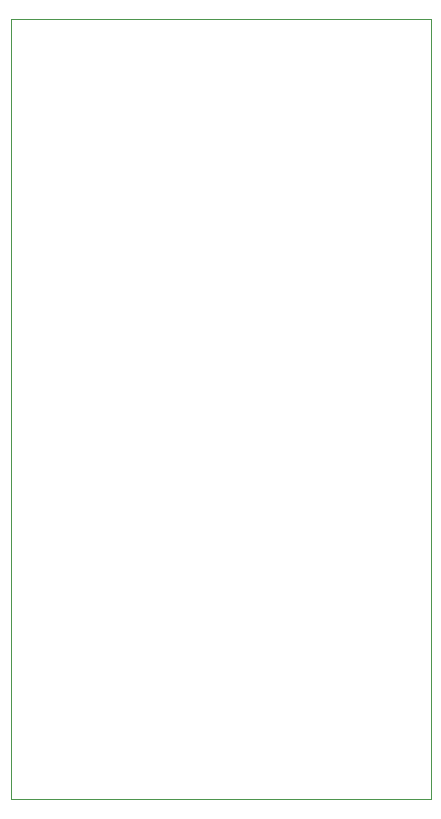
<source format=gbr>
%TF.GenerationSoftware,KiCad,Pcbnew,5.1.10-88a1d61d58~90~ubuntu20.04.1*%
%TF.CreationDate,2021-11-29T14:26:43+09:00*%
%TF.ProjectId,auto-headlight-control-system,6175746f-2d68-4656-9164-6c696768742d,rev?*%
%TF.SameCoordinates,Original*%
%TF.FileFunction,Profile,NP*%
%FSLAX46Y46*%
G04 Gerber Fmt 4.6, Leading zero omitted, Abs format (unit mm)*
G04 Created by KiCad (PCBNEW 5.1.10-88a1d61d58~90~ubuntu20.04.1) date 2021-11-29 14:26:43*
%MOMM*%
%LPD*%
G01*
G04 APERTURE LIST*
%TA.AperFunction,Profile*%
%ADD10C,0.050000*%
%TD*%
G04 APERTURE END LIST*
D10*
X134620000Y-100330000D02*
X134620000Y-34290000D01*
X170180000Y-100330000D02*
X134620000Y-100330000D01*
X170180000Y-34290000D02*
X170180000Y-100330000D01*
X134620000Y-34290000D02*
X170180000Y-34290000D01*
M02*

</source>
